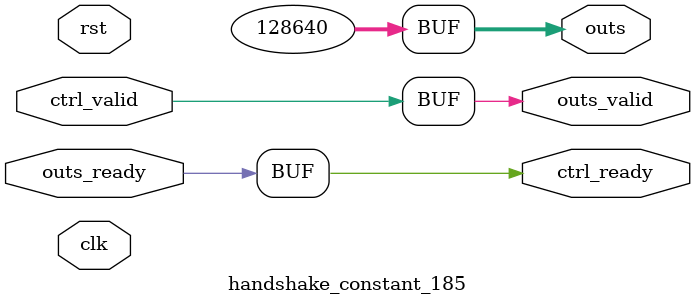
<source format=v>
`timescale 1ns / 1ps
module handshake_constant_185 #(
  parameter DATA_WIDTH = 32  // Default set to 32 bits
) (
  input                       clk,
  input                       rst,
  // Input Channel
  input                       ctrl_valid,
  output                      ctrl_ready,
  // Output Channel
  output [DATA_WIDTH - 1 : 0] outs,
  output                      outs_valid,
  input                       outs_ready
);
  assign outs       = 17'b11111011010000000;
  assign outs_valid = ctrl_valid;
  assign ctrl_ready = outs_ready;

endmodule

</source>
